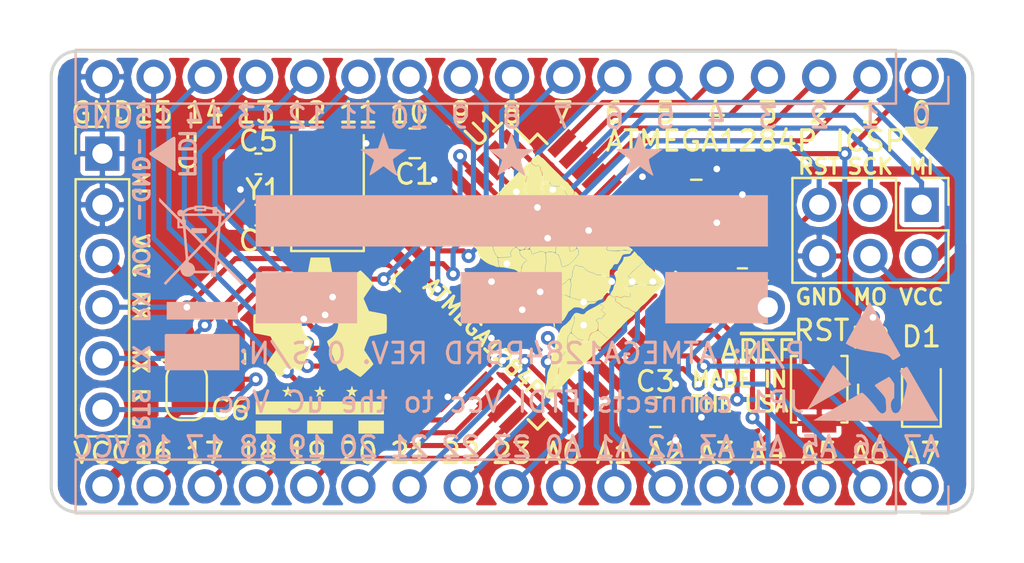
<source format=kicad_pcb>
(kicad_pcb (version 20171130) (host pcbnew 5.0.2+dfsg1-1)
  (title_block (title "ATMEGA1284P BOARD") (date 2020-11-18) (rev 0))
  (layers (0 F.Cu signal) (31 B.Cu signal) (34 B.Paste user hide) (35 F.Paste user hide) (36 B.SilkS user) (37 F.SilkS user) (38 B.Mask user hide) (39 F.Mask user hide) (44 Edge.Cuts user))
  (net 0 "")
  (net 1 VCC)
  (net 2 GND)
  (net 3 /XTAL1)
  (net 4 /XTAL2)
  (net 5 /nRESET)
  (net 6 /DTR)
  (net 7 "Net-(D1-Pad2)")
  (net 8 /6)
  (net 9 /7)
  (net 10 /5)
  (net 11 /FTDI_VCC)
  (net 12 /8)
  (net 13 /9)
  (net 14 /0)
  (net 15 /1)
  (net 16 /2)
  (net 17 /3)
  (net 18 /4)
  (net 19 /10)
  (net 20 /11)
  (net 21 /12)
  (net 22 /13)
  (net 23 /14)
  (net 24 /15)
  (net 25 /17)
  (net 26 /18)
  (net 27 /19)
  (net 28 /20)
  (net 29 /21)
  (net 30 /16)
  (net 31 /22)
  (net 32 /23)
  (net 33 /A0)
  (net 34 /A1)
  (net 35 /A2)
  (net 36 /A3)
  (net 37 /A4)
  (net 38 /A5)
  (net 39 /A6)
  (net 40 /A7)
  (net 41 /AREF)
  (module Connector_PinHeader_2.54mm:PinHeader_1x01_P2.54mm_Vertical (layer F.Cu) (at 151.13 94.361)
    (fp_text reference J5 hide)
    (fp_text value Conn_01x01_Male)
    (pad 1 thru_hole circle (at 0 0) (size 1.7 1.7) (drill 1) (layers *.Cu *.Mask) (net 41 /AREF))
  )
  (module Crystal:Crystal_SMD_5032-2Pin_5.0x3.2mm (layer F.Cu) (at 129.286 88.519 90)
    (fp_text reference Y1 (at 0 -3.175 180) (layer F.SilkS))
    (fp_text value 16MHz)
    (pad 2 smd rect (at 1.85 0 90) (size 2 2.4) (layers F.Cu F.Paste F.Mask) (net 4 /XTAL2))
    (pad 1 smd rect (at -1.85 0 90) (size 2 2.4) (layers F.Cu F.Paste F.Mask) (net 3 /XTAL1))
  )
  (module Connector_PinHeader_2.54mm:PinHeader_1x17_P2.54mm_Vertical (layer B.Cu) (at 158.758732 103.246082 90)
    (fp_text reference J4 hide)
    (fp_text value Conn_01x17_Male)
    (pad 17 thru_hole oval (at 0 -40.64 90) (size 1.7 1.7) (drill 1) (layers *.Cu *.Mask) (net 1 VCC))
    (pad 16 thru_hole oval (at 0 -38.1 90) (size 1.7 1.7) (drill 1) (layers *.Cu *.Mask) (net 30 /16))
    (pad 15 thru_hole oval (at 0 -35.56 90) (size 1.7 1.7) (drill 1) (layers *.Cu *.Mask) (net 25 /17))
    (pad 14 thru_hole oval (at 0 -33.02 90) (size 1.7 1.7) (drill 1) (layers *.Cu *.Mask) (net 26 /18))
    (pad 13 thru_hole oval (at 0 -30.48 90) (size 1.7 1.7) (drill 1) (layers *.Cu *.Mask) (net 27 /19))
    (pad 12 thru_hole oval (at 0 -27.94 90) (size 1.7 1.7) (drill 1) (layers *.Cu *.Mask) (net 28 /20))
    (pad 11 thru_hole oval (at 0 -25.4 90) (size 1.7 1.7) (drill 1) (layers *.Cu *.Mask) (net 29 /21))
    (pad 10 thru_hole oval (at 0 -22.86 90) (size 1.7 1.7) (drill 1) (layers *.Cu *.Mask) (net 31 /22))
    (pad 9 thru_hole oval (at 0 -20.32 90) (size 1.7 1.7) (drill 1) (layers *.Cu *.Mask) (net 32 /23))
    (pad 8 thru_hole oval (at 0 -17.78 90) (size 1.7 1.7) (drill 1) (layers *.Cu *.Mask) (net 33 /A0))
    (pad 7 thru_hole oval (at 0 -15.24 90) (size 1.7 1.7) (drill 1) (layers *.Cu *.Mask) (net 34 /A1))
    (pad 6 thru_hole oval (at 0 -12.7 90) (size 1.7 1.7) (drill 1) (layers *.Cu *.Mask) (net 35 /A2))
    (pad 5 thru_hole oval (at 0 -10.16 90) (size 1.7 1.7) (drill 1) (layers *.Cu *.Mask) (net 36 /A3))
    (pad 4 thru_hole oval (at 0 -7.62 90) (size 1.7 1.7) (drill 1) (layers *.Cu *.Mask) (net 37 /A4))
    (pad 3 thru_hole oval (at 0 -5.08 90) (size 1.7 1.7) (drill 1) (layers *.Cu *.Mask) (net 38 /A5))
    (pad 2 thru_hole oval (at 0 -2.54 90) (size 1.7 1.7) (drill 1) (layers *.Cu *.Mask) (net 39 /A6))
    (pad 1 thru_hole circle (at 0 0 90) (size 1.7 1.7) (drill 1) (layers *.Cu *.Mask) (net 40 /A7))
  )
  (module Capacitor_SMD:C_0805_2012Metric_Pad1.18x1.45mm_HandSolder (layer F.Cu) (at 133.612732 86.228082)
    (fp_text reference C1 (at -0.008732 1.528918 180) (layer F.SilkS))
    (fp_text value 0.1uF)
    (pad 2 smd roundrect (at 1.0375 0) (size 1.175 1.45) (layers F.Cu F.Paste F.Mask) (roundrect_rratio 0.212766) (net 1 VCC))
    (pad 1 smd roundrect (at -1.0375 0) (size 1.175 1.45) (layers F.Cu F.Paste F.Mask) (roundrect_rratio 0.212766) (net 2 GND))
  )
  (module Capacitor_SMD:C_0805_2012Metric_Pad1.18x1.45mm_HandSolder (layer F.Cu) (at 145.550732 99.563082 180)
    (fp_text reference C3 (at 0 1.524 180) (layer F.SilkS))
    (fp_text value 0.1uF)
    (pad 2 smd roundrect (at 1.0375 0 180) (size 1.175 1.45) (layers F.Cu F.Paste F.Mask) (roundrect_rratio 0.212766) (net 1 VCC))
    (pad 1 smd roundrect (at -1.0375 0 180) (size 1.175 1.45) (layers F.Cu F.Paste F.Mask) (roundrect_rratio 0.212766) (net 2 GND))
  )
  (module Capacitor_SMD:C_0805_2012Metric_Pad1.18x1.45mm_HandSolder (layer F.Cu) (at 147.582732 88.768082 180)
    (fp_text reference C2 (at 0.135732 -1.528918 180) (layer F.SilkS))
    (fp_text value 0.1uF)
    (pad 1 smd roundrect (at -1.0375 0 180) (size 1.175 1.45) (layers F.Cu F.Paste F.Mask) (roundrect_rratio 0.212766) (net 2 GND))
    (pad 2 smd roundrect (at 1.0375 0 180) (size 1.175 1.45) (layers F.Cu F.Paste F.Mask) (roundrect_rratio 0.212766) (net 1 VCC))
  )
  (module Capacitor_SMD:C_0603_1608Metric_Pad1.08x0.95mm_HandSolder (layer F.Cu) (at 125.857 89.789 180)
    (fp_text reference C4 (at 0 -1.27 180) (layer F.SilkS))
    (fp_text value 22pF)
    (pad 1 smd roundrect (at -0.8625 0 180) (size 1.075 0.95) (layers F.Cu F.Paste F.Mask) (net 3 /XTAL1))
    (pad 2 smd roundrect (at 0.8625 0 180) (size 1.075 0.95) (layers F.Cu F.Paste F.Mask) (net 2 GND))
  )
  (module Capacitor_SMD:C_0603_1608Metric_Pad1.08x0.95mm_HandSolder (layer F.Cu) (at 125.857 87.249 180)
    (fp_text reference C5 (at 0 1.143 180) (layer F.SilkS))
    (fp_text value 22pF)
    (pad 2 smd roundrect (at 0.8625 0 180) (size 1.075 0.95) (layers F.Cu F.Paste F.Mask) (net 2 GND))
    (pad 1 smd roundrect (at -0.8625 0 180) (size 1.075 0.95) (layers F.Cu F.Paste F.Mask) (net 4 /XTAL2))
  )
  (module Capacitor_SMD:C_0805_2012Metric_Pad1.18x1.45mm_HandSolder (layer F.Cu) (at 124.46 96.901 270)
    (fp_text reference C6 (at 2.54 0) (layer F.SilkS))
    (fp_text value 0.1uF)
    (pad 1 smd roundrect (at -1.0375 0 270) (size 1.175 1.45) (layers F.Cu F.Paste F.Mask) (roundrect_rratio 0.212766) (net 5 /nRESET))
    (pad 2 smd roundrect (at 1.0375 0 270) (size 1.175 1.45) (layers F.Cu F.Paste F.Mask) (roundrect_rratio 0.212766) (net 6 /DTR))
  )
  (module LED_SMD:LED_0805_2012Metric_Pad1.15x1.40mm_HandSolder (layer F.Cu) (at 158.75 98.425 90)
    (fp_text reference D1 (at 2.6035 0 180) (layer F.SilkS))
    (fp_text value LED)
    (pad 1 smd roundrect (at -1.025 0 90) (size 1.15 1.4) (layers F.Cu F.Paste F.Mask) (roundrect_rratio 0.217391) (net 2 GND))
    (pad 2 smd roundrect (at 1.025 0 90) (size 1.15 1.4) (layers F.Cu F.Paste F.Mask) (roundrect_rratio 0.217391) (net 7 "Net-(D1-Pad2)"))
  )
  (module Connector_PinHeader_2.54mm:PinHeader_2x03_P2.54mm_Vertical (layer F.Cu) (at 158.758732 89.276082 270)
    (fp_text reference J1 hide)
    (fp_text value Conn_02x03_Odd_Even)
    (pad 1 thru_hole rect (at 0 0 270) (size 1.7 1.7) (drill 1) (layers *.Cu *.Mask) (net 8 /6))
    (pad 2 thru_hole oval (at 2.54 0 270) (size 1.7 1.7) (drill 1) (layers *.Cu *.Mask) (net 1 VCC))
    (pad 3 thru_hole oval (at 0 2.54 270) (size 1.7 1.7) (drill 1) (layers *.Cu *.Mask) (net 9 /7))
    (pad 4 thru_hole oval (at 2.54 2.54 270) (size 1.7 1.7) (drill 1) (layers *.Cu *.Mask) (net 10 /5))
    (pad 5 thru_hole oval (at 0 5.08 270) (size 1.7 1.7) (drill 1) (layers *.Cu *.Mask) (net 5 /nRESET))
    (pad 6 thru_hole oval (at 2.54 5.08 270) (size 1.7 1.7) (drill 1) (layers *.Cu *.Mask) (net 2 GND))
  )
  (module Connector_PinHeader_2.54mm:PinHeader_1x06_P2.54mm_Vertical (layer F.Cu) (at 118.118732 86.736082)
    (fp_text reference J2 hide)
    (fp_text value Conn_01x06_Male)
    (pad 1 thru_hole rect (at 0 0) (size 1.7 1.7) (drill 1) (layers *.Cu *.Mask) (net 2 GND))
    (pad 2 thru_hole oval (at 0 2.54) (size 1.7 1.7) (drill 1) (layers *.Cu *.Mask) (net 2 GND))
    (pad 3 thru_hole oval (at 0 5.08) (size 1.7 1.7) (drill 1) (layers *.Cu *.Mask) (net 11 /FTDI_VCC))
    (pad 4 thru_hole oval (at 0 7.62) (size 1.7 1.7) (drill 1) (layers *.Cu *.Mask) (net 12 /8))
    (pad 5 thru_hole oval (at 0 10.16) (size 1.7 1.7) (drill 1) (layers *.Cu *.Mask) (net 13 /9))
    (pad 6 thru_hole oval (at 0 12.7) (size 1.7 1.7) (drill 1) (layers *.Cu *.Mask) (net 6 /DTR))
  )
  (module Connector_PinHeader_2.54mm:PinHeader_1x17_P2.54mm_Vertical (layer B.Cu) (at 158.758732 82.926082 90)
    (fp_text reference J3 hide)
    (fp_text value Conn_01x17_Male)
    (pad 1 thru_hole circle (at 0 0 90) (size 1.7 1.7) (drill 1) (layers *.Cu *.Mask) (net 14 /0))
    (pad 2 thru_hole oval (at 0 -2.54 90) (size 1.7 1.7) (drill 1) (layers *.Cu *.Mask) (net 15 /1))
    (pad 3 thru_hole oval (at 0 -5.08 90) (size 1.7 1.7) (drill 1) (layers *.Cu *.Mask) (net 16 /2))
    (pad 4 thru_hole oval (at 0 -7.62 90) (size 1.7 1.7) (drill 1) (layers *.Cu *.Mask) (net 17 /3))
    (pad 5 thru_hole oval (at 0 -10.16 90) (size 1.7 1.7) (drill 1) (layers *.Cu *.Mask) (net 18 /4))
    (pad 6 thru_hole oval (at 0 -12.7 90) (size 1.7 1.7) (drill 1) (layers *.Cu *.Mask) (net 10 /5))
    (pad 7 thru_hole oval (at 0 -15.24 90) (size 1.7 1.7) (drill 1) (layers *.Cu *.Mask) (net 8 /6))
    (pad 8 thru_hole oval (at 0 -17.78 90) (size 1.7 1.7) (drill 1) (layers *.Cu *.Mask) (net 9 /7))
    (pad 9 thru_hole oval (at 0 -20.32 90) (size 1.7 1.7) (drill 1) (layers *.Cu *.Mask) (net 12 /8))
    (pad 10 thru_hole oval (at 0 -22.86 90) (size 1.7 1.7) (drill 1) (layers *.Cu *.Mask) (net 13 /9))
    (pad 11 thru_hole oval (at 0 -25.4 90) (size 1.7 1.7) (drill 1) (layers *.Cu *.Mask) (net 19 /10))
    (pad 12 thru_hole oval (at 0 -27.94 90) (size 1.7 1.7) (drill 1) (layers *.Cu *.Mask) (net 20 /11))
    (pad 13 thru_hole oval (at 0 -30.48 90) (size 1.7 1.7) (drill 1) (layers *.Cu *.Mask) (net 21 /12))
    (pad 14 thru_hole oval (at 0 -33.02 90) (size 1.7 1.7) (drill 1) (layers *.Cu *.Mask) (net 22 /13))
    (pad 15 thru_hole oval (at 0 -35.56 90) (size 1.7 1.7) (drill 1) (layers *.Cu *.Mask) (net 23 /14))
    (pad 16 thru_hole oval (at 0 -38.1 90) (size 1.7 1.7) (drill 1) (layers *.Cu *.Mask) (net 24 /15))
    (pad 17 thru_hole oval (at 0 -40.64 90) (size 1.7 1.7) (drill 1) (layers *.Cu *.Mask) (net 2 GND))
  )
  (module Resistor_SMD:R_0805_2012Metric_Pad1.20x1.40mm_HandSolder (layer F.Cu) (at 149.868732 91.694)
    (fp_text reference R1 (at -0.008732 -1.392082) (layer F.SilkS))
    (fp_text value 10K)
    (pad 1 smd roundrect (at -1 0) (size 1.2 1.4) (layers F.Cu F.Paste F.Mask) (roundrect_rratio 0.208333) (net 1 VCC))
    (pad 2 smd roundrect (at 1 0) (size 1.2 1.4) (layers F.Cu F.Paste F.Mask) (roundrect_rratio 0.208333) (net 5 /nRESET))
  )
  (module Resistor_SMD:R_0805_2012Metric_Pad1.20x1.40mm_HandSolder (layer F.Cu) (at 156.345732 98.425 90)
    (fp_text reference R2 (at 2.54 -0.135732 180) (layer F.SilkS))
    (fp_text value 470)
    (pad 2 smd roundrect (at 1 0 90) (size 1.2 1.4) (layers F.Cu F.Paste F.Mask) (roundrect_rratio 0.208333) (net 14 /0))
    (pad 1 smd roundrect (at -1 0 90) (size 1.2 1.4) (layers F.Cu F.Paste F.Mask) (roundrect_rratio 0.208333) (net 7 "Net-(D1-Pad2)"))
  )
  (module Button_Switch_SMD:SW_SPST_B3U-1000P (layer F.Cu) (at 153.678732 98.425 90)
    (fp_text reference SW1 hide)
    (fp_text value SW_Push)
    (pad 1 smd rect (at -1.7 0 90) (size 0.9 1.7) (layers F.Cu F.Paste F.Mask) (net 2 GND))
    (pad 2 smd rect (at 1.7 0 90) (size 0.9 1.7) (layers F.Cu F.Paste F.Mask) (net 5 /nRESET))
  )
  (module Package_QFP:TQFP-44_10x10mm_P0.8mm (layer F.Cu) (at 139.708732 93.086082 315)
    (fp_text reference U1 (at -7.276704 -3.492648 45) (layer F.SilkS))
    (fp_text value ATmega1284P-A)
    (pad 1 smd rect (at -5.7 -4 315) (size 1.5 0.55) (layers F.Cu F.Paste F.Mask) (net 10 /5))
    (pad 2 smd rect (at -5.7 -3.2 315) (size 1.5 0.55) (layers F.Cu F.Paste F.Mask) (net 8 /6))
    (pad 3 smd rect (at -5.7 -2.4 315) (size 1.5 0.55) (layers F.Cu F.Paste F.Mask) (net 9 /7))
    (pad 4 smd rect (at -5.7 -1.6 315) (size 1.5 0.55) (layers F.Cu F.Paste F.Mask) (net 5 /nRESET))
    (pad 5 smd rect (at -5.7 -0.8 315) (size 1.5 0.55) (layers F.Cu F.Paste F.Mask) (net 1 VCC))
    (pad 6 smd rect (at -5.7 0 315) (size 1.5 0.55) (layers F.Cu F.Paste F.Mask) (net 2 GND))
    (pad 7 smd rect (at -5.7 0.8 315) (size 1.5 0.55) (layers F.Cu F.Paste F.Mask) (net 4 /XTAL2))
    (pad 8 smd rect (at -5.7 1.6 315) (size 1.5 0.55) (layers F.Cu F.Paste F.Mask) (net 3 /XTAL1))
    (pad 9 smd rect (at -5.7 2.4 315) (size 1.5 0.55) (layers F.Cu F.Paste F.Mask) (net 12 /8))
    (pad 10 smd rect (at -5.7 3.2 315) (size 1.5 0.55) (layers F.Cu F.Paste F.Mask) (net 13 /9))
    (pad 11 smd rect (at -5.7 4 315) (size 1.5 0.55) (layers F.Cu F.Paste F.Mask) (net 19 /10))
    (pad 12 smd rect (at -4 5.7 45) (size 1.5 0.55) (layers F.Cu F.Paste F.Mask) (net 20 /11))
    (pad 13 smd rect (at -3.2 5.7 45) (size 1.5 0.55) (layers F.Cu F.Paste F.Mask) (net 21 /12))
    (pad 14 smd rect (at -2.4 5.7 45) (size 1.5 0.55) (layers F.Cu F.Paste F.Mask) (net 22 /13))
    (pad 15 smd rect (at -1.6 5.7 45) (size 1.5 0.55) (layers F.Cu F.Paste F.Mask) (net 23 /14))
    (pad 16 smd rect (at -0.8 5.7 45) (size 1.5 0.55) (layers F.Cu F.Paste F.Mask) (net 24 /15))
    (pad 17 smd rect (at 0 5.7 45) (size 1.5 0.55) (layers F.Cu F.Paste F.Mask) (net 1 VCC))
    (pad 18 smd rect (at 0.8 5.7 45) (size 1.5 0.55) (layers F.Cu F.Paste F.Mask) (net 2 GND))
    (pad 19 smd rect (at 1.6 5.7 45) (size 1.5 0.55) (layers F.Cu F.Paste F.Mask) (net 30 /16))
    (pad 20 smd rect (at 2.4 5.7 45) (size 1.5 0.55) (layers F.Cu F.Paste F.Mask) (net 25 /17))
    (pad 21 smd rect (at 3.2 5.7 45) (size 1.5 0.55) (layers F.Cu F.Paste F.Mask) (net 26 /18))
    (pad 22 smd rect (at 4 5.7 45) (size 1.5 0.55) (layers F.Cu F.Paste F.Mask) (net 27 /19))
    (pad 23 smd rect (at 5.7 4 315) (size 1.5 0.55) (layers F.Cu F.Paste F.Mask) (net 28 /20))
    (pad 24 smd rect (at 5.7 3.2 315) (size 1.5 0.55) (layers F.Cu F.Paste F.Mask) (net 29 /21))
    (pad 25 smd rect (at 5.7 2.4 315) (size 1.5 0.55) (layers F.Cu F.Paste F.Mask) (net 31 /22))
    (pad 26 smd rect (at 5.7 1.6 315) (size 1.5 0.55) (layers F.Cu F.Paste F.Mask) (net 32 /23))
    (pad 27 smd rect (at 5.7 0.8 315) (size 1.5 0.55) (layers F.Cu F.Paste F.Mask) (net 1 VCC))
    (pad 28 smd rect (at 5.7 0 315) (size 1.5 0.55) (layers F.Cu F.Paste F.Mask) (net 2 GND))
    (pad 29 smd rect (at 5.7 -0.8 315) (size 1.5 0.55) (layers F.Cu F.Paste F.Mask) (net 41 /AREF))
    (pad 30 smd rect (at 5.7 -1.6 315) (size 1.5 0.55) (layers F.Cu F.Paste F.Mask) (net 40 /A7))
    (pad 31 smd rect (at 5.7 -2.4 315) (size 1.5 0.55) (layers F.Cu F.Paste F.Mask) (net 39 /A6))
    (pad 32 smd rect (at 5.7 -3.2 315) (size 1.5 0.55) (layers F.Cu F.Paste F.Mask) (net 38 /A5))
    (pad 33 smd rect (at 5.7 -4 315) (size 1.5 0.55) (layers F.Cu F.Paste F.Mask) (net 37 /A4))
    (pad 34 smd rect (at 4 -5.7 45) (size 1.5 0.55) (layers F.Cu F.Paste F.Mask) (net 36 /A3))
    (pad 35 smd rect (at 3.2 -5.7 45) (size 1.5 0.55) (layers F.Cu F.Paste F.Mask) (net 35 /A2))
    (pad 36 smd rect (at 2.4 -5.7 45) (size 1.5 0.55) (layers F.Cu F.Paste F.Mask) (net 34 /A1))
    (pad 37 smd rect (at 1.6 -5.7 45) (size 1.5 0.55) (layers F.Cu F.Paste F.Mask) (net 33 /A0))
    (pad 38 smd rect (at 0.8 -5.7 45) (size 1.5 0.55) (layers F.Cu F.Paste F.Mask) (net 1 VCC))
    (pad 39 smd rect (at 0 -5.7 45) (size 1.5 0.55) (layers F.Cu F.Paste F.Mask) (net 2 GND))
    (pad 40 smd rect (at -0.8 -5.7 45) (size 1.5 0.55) (layers F.Cu F.Paste F.Mask) (net 14 /0))
    (pad 41 smd rect (at -1.6 -5.7 45) (size 1.5 0.55) (layers F.Cu F.Paste F.Mask) (net 15 /1))
    (pad 42 smd rect (at -2.4 -5.7 45) (size 1.5 0.55) (layers F.Cu F.Paste F.Mask) (net 16 /2))
    (pad 43 smd rect (at -3.2 -5.7 45) (size 1.5 0.55) (layers F.Cu F.Paste F.Mask) (net 17 /3))
    (pad 44 smd rect (at -4 -5.7 45) (size 1.5 0.55) (layers F.Cu F.Paste F.Mask) (net 18 /4))
  )
  (module User_PCB_Libraries:DCelectronics_logo3 (layer F.Cu) (at 128.905 99.822)
    (fp_text reference G*** hide)
    (fp_text value LOGO hide)
  )
  (module User_PCB_Libraries:DCelectronics_logo1 (layer B.Cu) (at 138.43 91.948 180)
    (fp_text reference G*** hide)
    (fp_text value LOGO hide)
  )
  (module Symbol:ESD-Logo_6.6x6mm_SilkScreen (layer B.Cu) (at 156.337 97.028 180)
    (fp_text reference REF** hide)
    (fp_text value ESD-Logo_6.6x6mm_SilkScreen hide)
  )
  (module Symbol:WEEE-Logo_4.2x6mm_SilkScreen (layer B.Cu) (at 123.063 91.948 180)
    (fp_text reference REF** hide)
    (fp_text value WEEE-Logo_4.2x6mm_SilkScreen hide)
  )
  (module Symbol:OSHW-Symbol_6.7x6mm_SilkScreen (layer F.Cu) (at 128.905 94.869)
    (fp_text reference REF** hide)
    (fp_text value OSHW-Symbol_6.7x6mm_SilkScreen hide)
  )
  (module Jumper:SolderJumper-2_P1.3mm_Bridged_RoundedPad1.0x1.5mm (layer F.Cu) (at 122.301 98.552 270)
    (fp_text reference JP1 (at -2.032 0) (layer F.SilkS))
    (fp_text value SolderJumper_2_Bridged)
    (fp_poly (pts (xy 0.25 -0.3) (xy -0.25 -0.3) (xy -0.25 0.3) (xy 0.25 0.3)) (layer F.Cu) (width 0))
    (pad 2 smd custom (at 0.65 0 270) (size 1 0.5) (layers F.Cu F.Mask) (net 1 VCC) (options (clearance outline) (anchor rect)) (primitives (gr_circle (center 0 0.25) (end 0.5 0.25) (width 0)) (gr_circle (center 0 -0.25) (end 0.5 -0.25) (width 0)) (gr_poly (pts (xy 0 -0.75) (xy -0.5 -0.75) (xy -0.5 0.75) (xy 0 0.75)) (width 0))))
    (pad 1 smd custom (at -0.65 0 270) (size 1 0.5) (layers F.Cu F.Mask) (net 11 /FTDI_VCC) (options (clearance outline) (anchor rect)) (primitives (gr_circle (center 0 0.25) (end 0.5 0.25) (width 0)) (gr_circle (center 0 -0.25) (end 0.5 -0.25) (width 0)) (gr_poly (pts (xy 0 -0.75) (xy 0.5 -0.75) (xy 0.5 0.75) (xy 0 0.75)) (width 0))))
  )
  (module User_PCB_Libraries:DC_Diamond_small (layer F.Cu) (at 140.843 92.837)
    (fp_text reference G*** hide)
    (fp_text value LOGO hide)
  )
  (gr_text AREF (at 150.622 96.52) (layer F.SilkS) (effects (font (size 1.016 1.016) (thickness 0.1524))))
  (gr_text "MADE IN\nTHE USA" (at 149.733 98.552) (layer F.SilkS) (effects (font (size 0.762 0.762) (thickness 0.1524))))
  (gr_text ATMEGA1284P (at 148.336 86.106) (layer F.SilkS) (effects (font (size 1.016 1.016) (thickness 0.1524))))
  (gr_poly (pts (xy 124.841 95.758) (xy 124.841 97.409) (xy 121.285 97.409) (xy 121.285 95.758)) (layer B.SilkS) (width 0.15))
  (gr_text "JP1 connects FTDI Vcc to the uC Vcc" (at 153.035 99.06) (layer B.SilkS) (effects (font (size 1.016 1.016) (thickness 0.1524)) (justify left mirror)))
  (gr_text "P/N: ATMEGA1284PBRD REV. 0 S/N:" (at 138.938 96.647) (layer B.SilkS) (effects (font (size 1.016 1.016) (thickness 0.1524)) (justify mirror)))
  (gr_text ATMEGA1284P (at 137.033 95.885 315) (layer F.SilkS) (effects (font (size 0.762 0.762) (thickness 0.1524))))
  (gr_text RST (at 153.797 95.504) (layer F.SilkS) (effects (font (size 1.016 1.016) (thickness 0.1524))))
  (gr_text ICSP (at 156.21 86.106) (layer F.SilkS) (effects (font (size 1.016 1.016) (thickness 0.1524))))
  (gr_text 23 (at 138.43 101.2825) (layer B.SilkS) (effects (font (size 1.016 1.016) (thickness 0.1524)) (justify mirror)))
  (gr_text A0 (at 140.97 101.2825) (layer B.SilkS) (effects (font (size 1.016 1.016) (thickness 0.1524)) (justify mirror)))
  (gr_text A1 (at 143.51 101.2825) (layer B.SilkS) (effects (font (size 1.016 1.016) (thickness 0.1524)) (justify mirror)))
  (gr_text A2 (at 146.05 101.2825) (layer B.SilkS) (effects (font (size 1.016 1.016) (thickness 0.1524)) (justify mirror)))
  (gr_text A3 (at 148.59 101.2825) (layer B.SilkS) (effects (font (size 1.016 1.016) (thickness 0.1524)) (justify mirror)))
  (gr_text A4 (at 151.13 101.2825) (layer B.SilkS) (effects (font (size 1.016 1.016) (thickness 0.1524)) (justify mirror)))
  (gr_text A5 (at 153.67 101.2825) (layer B.SilkS) (effects (font (size 1.016 1.016) (thickness 0.1524)) (justify mirror)))
  (gr_text A6 (at 156.21 101.2825) (layer B.SilkS) (effects (font (size 1.016 1.016) (thickness 0.1524)) (justify mirror)))
  (gr_text VCC (at 118.11 101.2825) (layer B.SilkS) (effects (font (size 1.016 1.016) (thickness 0.1524)) (justify mirror)))
  (gr_text 16 (at 120.65 101.2825) (layer B.SilkS) (effects (font (size 1.016 1.016) (thickness 0.1524)) (justify mirror)))
  (gr_text 17 (at 123.19 101.2825) (layer B.SilkS) (effects (font (size 1.016 1.016) (thickness 0.1524)) (justify mirror)))
  (gr_text 18 (at 125.857 101.2825) (layer B.SilkS) (effects (font (size 1.016 1.016) (thickness 0.1524)) (justify mirror)))
  (gr_text 19 (at 128.27 101.2825) (layer B.SilkS) (effects (font (size 1.016 1.016) (thickness 0.1524)) (justify mirror)))
  (gr_text 20 (at 130.81 101.2825) (layer B.SilkS) (effects (font (size 1.016 1.016) (thickness 0.1524)) (justify mirror)))
  (gr_text 21 (at 133.35 101.2825) (layer B.SilkS) (effects (font (size 1.016 1.016) (thickness 0.1524)) (justify mirror)))
  (gr_text 22 (at 135.89 101.2825) (layer B.SilkS) (effects (font (size 1.016 1.016) (thickness 0.1524)) (justify mirror)))
  (gr_text A7 (at 158.75 101.2825) (layer B.SilkS) (effects (font (size 1.016 1.016) (thickness 0.1524)) (justify mirror)))
  (gr_text 8 (at 138.43 84.963) (layer B.SilkS) (effects (font (size 1.016 1.016) (thickness 0.1524)) (justify mirror)))
  (gr_text 9 (at 135.89 84.963) (layer B.SilkS) (effects (font (size 1.016 1.016) (thickness 0.1524)) (justify mirror)))
  (gr_text 10 (at 133.35 84.963) (layer B.SilkS) (effects (font (size 1.016 1.016) (thickness 0.1524)) (justify mirror)))
  (gr_text 11 (at 130.81 84.963) (layer B.SilkS) (effects (font (size 1.016 1.016) (thickness 0.1524)) (justify mirror)))
  (gr_text 12 (at 128.27 84.963) (layer B.SilkS) (effects (font (size 1.016 1.016) (thickness 0.1524)) (justify mirror)))
  (gr_text 13 (at 125.73 84.963) (layer B.SilkS) (effects (font (size 1.016 1.016) (thickness 0.1524)) (justify mirror)))
  (gr_text 14 (at 123.19 84.963) (layer B.SilkS) (effects (font (size 1.016 1.016) (thickness 0.1524)) (justify mirror)))
  (gr_text 15 (at 120.65 84.963) (layer B.SilkS) (effects (font (size 1.016 1.016) (thickness 0.1524)) (justify mirror)))
  (gr_text 0 (at 158.75 84.963) (layer B.SilkS) (effects (font (size 1.016 1.016) (thickness 0.1524)) (justify mirror)))
  (gr_text 1 (at 156.21 84.963) (layer B.SilkS) (effects (font (size 1.016 1.016) (thickness 0.1524)) (justify mirror)))
  (gr_text 2 (at 153.67 84.963) (layer B.SilkS) (effects (font (size 1.016 1.016) (thickness 0.1524)) (justify mirror)))
  (gr_text 3 (at 151.13 84.963) (layer B.SilkS) (effects (font (size 1.016 1.016) (thickness 0.1524)) (justify mirror)))
  (gr_text 4 (at 148.59 84.963) (layer B.SilkS) (effects (font (size 1.016 1.016) (thickness 0.1524)) (justify mirror)))
  (gr_text 5 (at 146.05 84.963) (layer B.SilkS) (effects (font (size 1.016 1.016) (thickness 0.1524)) (justify mirror)))
  (gr_text 6 (at 143.51 84.963) (layer B.SilkS) (effects (font (size 1.016 1.016) (thickness 0.1524)) (justify mirror)))
  (gr_text 7 (at 140.97 84.963) (layer B.SilkS) (effects (font (size 1.016 1.016) (thickness 0.1524)) (justify mirror)))
  (gr_text GND (at 118.11 84.963) (layer B.SilkS) (effects (font (size 1.016 1.016) (thickness 0.1524)) (justify mirror)))
  (gr_poly (pts (xy 120.523 86.741) (xy 121.666 87.503) (xy 121.666 85.979)) (layer B.SilkS) (width 0.15))
  (gr_text FTDI (at 122.301 86.741 270) (layer F.SilkS) (effects (font (size 0.762 0.762) (thickness 0.1524))))
  (gr_text -GND- (at 120.015 88.011 270) (layer B.SilkS) (effects (font (size 0.762 0.762) (thickness 0.1524)) (justify mirror)))
  (gr_text RTS (at 120.015 99.441 270) (layer B.SilkS) (effects (font (size 0.762 0.762) (thickness 0.1524)) (justify mirror)))
  (gr_text TX (at 120.015 96.901 270) (layer B.SilkS) (effects (font (size 0.762 0.762) (thickness 0.1524)) (justify mirror)))
  (gr_text VCC (at 120.015 91.821 270) (layer F.SilkS) (effects (font (size 0.762 0.762) (thickness 0.1524))))
  (gr_text RX (at 120.015 94.2848 270) (layer F.SilkS) (effects (font (size 0.762 0.762) (thickness 0.1524))))
  (gr_text TX (at 120.015 96.9772 270) (layer F.SilkS) (effects (font (size 0.762 0.762) (thickness 0.1524))))
  (gr_text RTS (at 120.015 99.4029 270) (layer F.SilkS) (effects (font (size 0.762 0.762) (thickness 0.1524))))
  (gr_text -GND- (at 120.015 88.011 270) (layer F.SilkS) (effects (font (size 0.762 0.762) (thickness 0.1524))))
  (gr_text RX (at 120.015 94.361 270) (layer B.SilkS) (effects (font (size 0.762 0.762) (thickness 0.1524)) (justify mirror)))
  (gr_text VCC (at 120.015 91.821 270) (layer B.SilkS) (effects (font (size 0.762 0.762) (thickness 0.1524)) (justify mirror)))
  (gr_text FTDI (at 122.301 86.741 270) (layer B.SilkS) (effects (font (size 0.762 0.762) (thickness 0.1524)) (justify mirror)))
  (gr_poly (pts (xy 120.523 86.741) (xy 121.666 85.979) (xy 121.666 87.503)) (layer F.SilkS) (width 0.15))
  (gr_poly (pts (xy 158.75 86.614) (xy 157.988 85.471) (xy 159.512 85.471)) (layer F.SilkS) (width 0.15))
  (gr_text VCC (at 158.75 93.853) (layer F.SilkS) (effects (font (size 0.762 0.762) (thickness 0.1524))))
  (gr_text RST (at 153.67 87.376) (layer F.SilkS) (effects (font (size 0.762 0.762) (thickness 0.1524))))
  (gr_text GND (at 153.67 93.853) (layer F.SilkS) (effects (font (size 0.762 0.762) (thickness 0.1524))))
  (gr_text MI (at 158.75 87.376) (layer F.SilkS) (effects (font (size 0.762 0.762) (thickness 0.1524))))
  (gr_text MO (at 156.21 93.853) (layer F.SilkS) (effects (font (size 0.762 0.762) (thickness 0.1524))))
  (gr_text SCK (at 156.21 87.376) (layer F.SilkS) (effects (font (size 0.762 0.762) (thickness 0.1524))))
  (gr_text A7 (at 158.75 101.6) (layer F.SilkS) (effects (font (size 1.016 1.016) (thickness 0.1524))))
  (gr_text A6 (at 156.21 101.6) (layer F.SilkS) (effects (font (size 1.016 1.016) (thickness 0.1524))))
  (gr_text A5 (at 153.67 101.6) (layer F.SilkS) (effects (font (size 1.016 1.016) (thickness 0.1524))))
  (gr_text A4 (at 151.13 101.6) (layer F.SilkS) (effects (font (size 1.016 1.016) (thickness 0.1524))))
  (gr_text A3 (at 148.59 101.6) (layer F.SilkS) (effects (font (size 1.016 1.016) (thickness 0.1524))))
  (gr_text A2 (at 146.05 101.6) (layer F.SilkS) (effects (font (size 1.016 1.016) (thickness 0.1524))))
  (gr_text A1 (at 143.51 101.6) (layer F.SilkS) (effects (font (size 1.016 1.016) (thickness 0.1524))))
  (gr_text A0 (at 140.97 101.6) (layer F.SilkS) (effects (font (size 1.016 1.016) (thickness 0.1524))))
  (gr_text 23 (at 138.43 101.6) (layer F.SilkS) (effects (font (size 1.016 1.016) (thickness 0.1524))))
  (gr_text 22 (at 135.89 101.6) (layer F.SilkS) (effects (font (size 1.016 1.016) (thickness 0.1524))))
  (gr_text 21 (at 133.35 101.6) (layer F.SilkS) (effects (font (size 1.016 1.016) (thickness 0.1524))))
  (gr_text 20 (at 130.81 101.6) (layer F.SilkS) (effects (font (size 1.016 1.016) (thickness 0.1524))))
  (gr_text 19 (at 128.27 101.6) (layer F.SilkS) (effects (font (size 1.016 1.016) (thickness 0.1524))))
  (gr_text 18 (at 125.857 101.6) (layer F.SilkS) (effects (font (size 1.016 1.016) (thickness 0.1524))))
  (gr_text 17 (at 123.19 101.6) (layer F.SilkS) (effects (font (size 1.016 1.016) (thickness 0.1524))))
  (gr_text 16 (at 120.65 101.6) (layer F.SilkS) (effects (font (size 1.016 1.016) (thickness 0.1524))))
  (gr_text VCC (at 118.11 101.6) (layer F.SilkS) (effects (font (size 1.016 1.016) (thickness 0.1524))))
  (gr_text 15 (at 120.65 84.709) (layer F.SilkS) (effects (font (size 1.016 1.016) (thickness 0.1524))))
  (gr_text 14 (at 123.19 84.709) (layer F.SilkS) (effects (font (size 1.016 1.016) (thickness 0.1524))))
  (gr_text 13 (at 125.73 84.709) (layer F.SilkS) (effects (font (size 1.016 1.016) (thickness 0.1524))))
  (gr_text 12 (at 128.27 84.709) (layer F.SilkS) (effects (font (size 1.016 1.016) (thickness 0.1524))))
  (gr_text 11 (at 130.81 84.709) (layer F.SilkS) (effects (font (size 1.016 1.016) (thickness 0.1524))))
  (gr_text 10 (at 133.35 84.709) (layer F.SilkS) (effects (font (size 1.016 1.016) (thickness 0.1524))))
  (gr_text 9 (at 135.89 84.709) (layer F.SilkS) (effects (font (size 1.016 1.016) (thickness 0.1524))))
  (gr_text 8 (at 138.43 84.709) (layer F.SilkS) (effects (font (size 1.016 1.016) (thickness 0.1524))))
  (gr_text 7 (at 140.97 84.709) (layer F.SilkS) (effects (font (size 1.016 1.016) (thickness 0.1524))))
  (gr_text 6 (at 143.51 84.709) (layer F.SilkS) (effects (font (size 1.016 1.016) (thickness 0.1524))))
  (gr_text 5 (at 146.05 84.709) (layer F.SilkS) (effects (font (size 1.016 1.016) (thickness 0.1524))))
  (gr_text 4 (at 148.59 84.709) (layer F.SilkS) (effects (font (size 1.016 1.016) (thickness 0.1524))))
  (gr_text 3 (at 151.13 84.709) (layer F.SilkS) (effects (font (size 1.016 1.016) (thickness 0.1524))))
  (gr_text 2 (at 153.67 84.709) (layer F.SilkS) (effects (font (size 1.016 1.016) (thickness 0.1524))))
  (gr_text 1 (at 156.21 84.709) (layer F.SilkS) (effects (font (size 1.016 1.016) (thickness 0.1524))))
  (gr_text 0 (at 158.75 84.709) (layer F.SilkS) (effects (font (size 1.016 1.016) (thickness 0.1524))))
  (gr_text GND (at 118.11 84.709) (layer F.SilkS) (effects (font (size 1.016 1.016) (thickness 0.1524))))
  (gr_arc (start 116.848732 82.926082) (end 116.848732 81.656082) (angle -90) (layer Edge.Cuts) (width 0.1524))
  (gr_arc (start 160.028732 82.926082) (end 161.298732 82.926082) (angle -90) (layer Edge.Cuts) (width 0.1524))
  (gr_arc (start 160.028732 103.246082) (end 160.028732 104.516082) (angle -90) (layer Edge.Cuts) (width 0.1524))
  (gr_arc (start 116.848732 103.246082) (end 115.578732 103.246082) (angle -90) (layer Edge.Cuts) (width 0.1524))
  (gr_line (start 161.298732 103.246082) (end 161.298732 82.926082) (layer Edge.Cuts) (width 0.1524))
  (gr_line (start 116.848732 104.516082) (end 160.028732 104.516082) (layer Edge.Cuts) (width 0.1524))
  (gr_line (start 115.578732 82.926082) (end 115.578732 103.246082) (layer Edge.Cuts) (width 0.1524))
  (gr_line (start 160.028732 81.656082) (end 116.848732 81.656082) (layer Edge.Cuts) (width 0.1524))
  (segment (start 136.243909 88.489888) (end 138.935103 91.181082) (width 0.508) (layer F.Cu) (net 1))
  (segment (start 139.200732 91.446711) (end 138.935103 91.181082) (width 0.508) (layer F.Cu) (net 1))
  (segment (start 145.158103 88.768082) (end 146.545232 88.768082) (width 0.508) (layer F.Cu) (net 1))
  (segment (start 144.304926 89.621259) (end 145.158103 88.768082) (width 0.508) (layer F.Cu) (net 1))
  (segment (start 118.118732 103.246082) (end 120.379922 100.984892) (width 0.508) (layer F.Cu) (net 1))
  (segment (start 121.801732 99.563082) (end 118.968731 102.396083) (width 0.508) (layer F.Cu) (net 1))
  (segment (start 140.978732 93.224711) (end 139.200732 91.446711) (width 0.508) (layer F.Cu) (net 1))
  (segment (start 143.173555 97.682276) (end 140.978732 95.487453) (width 0.508) (layer F.Cu) (net 1))
  (segment (start 140.978732 95.487453) (end 140.978732 93.224711) (width 0.508) (layer F.Cu) (net 1))
  (segment (start 135.642869 87.888848) (end 136.243909 88.489888) (width 0.508) (layer F.Cu) (net 1))
  (segment (start 134.650232 86.228082) (end 134.650232 86.896211) (width 0.508) (layer F.Cu) (net 1))
  (segment (start 134.650232 86.896211) (end 135.642869 87.888848) (width 0.508) (layer F.Cu) (net 1))
  (segment (start 118.968731 102.396083) (end 118.118732 103.246082) (width 0.508) (layer F.Cu) (net 1))
  (segment (start 119.642732 101.722082) (end 118.968731 102.396083) (width 0.508) (layer F.Cu) (net 1))
  (segment (start 144.513232 99.021953) (end 144.513232 99.563082) (width 0.508) (layer F.Cu) (net 1))
  (segment (start 143.173555 97.682276) (end 144.513232 99.021953) (width 0.508) (layer F.Cu) (net 1))
  (segment (start 122.304814 99.06) (end 121.801732 99.563082) (width 0.508) (layer F.Cu) (net 1))
  (segment (start 135.678223 97.116591) (end 133.734814 99.06) (width 0.508) (layer F.Cu) (net 1))
  (segment (start 133.734814 99.06) (end 122.304814 99.06) (width 0.508) (layer F.Cu) (net 1))
  (segment (start 139.200732 92.705082) (end 139.200732 91.446711) (width 0.508) (layer F.Cu) (net 1))
  (segment (start 136.398 96.372787) (end 136.398 95.507814) (width 0.508) (layer F.Cu) (net 1))
  (segment (start 136.398 95.507814) (end 139.200732 92.705082) (width 0.508) (layer F.Cu) (net 1))
  (segment (start 135.678223 97.116591) (end 135.678223 97.092564) (width 0.508) (layer F.Cu) (net 1))
  (segment (start 135.678223 97.092564) (end 136.398 96.372787) (width 0.508) (layer F.Cu) (net 1))
  (segment (start 143.002 90.924185) (end 144.304926 89.621259) (width 0.508) (layer F.Cu) (net 1))
  (segment (start 143.002 91.44) (end 143.002 90.924185) (width 0.508) (layer F.Cu) (net 1))
  (segment (start 141.355918 93.086082) (end 143.002 91.44) (width 0.508) (layer F.Cu) (net 1))
  (segment (start 138.935103 91.181082) (end 140.840103 93.086082) (width 0.508) (layer F.Cu) (net 1))
  (segment (start 140.840103 93.086082) (end 141.355918 93.086082) (width 0.508) (layer F.Cu) (net 1))
  (segment (start 148.463 91.694) (end 146.545232 89.776232) (width 0.508) (layer F.Cu) (net 1))
  (segment (start 148.990814 91.694) (end 148.463 91.694) (width 0.508) (layer F.Cu) (net 1))
  (segment (start 159.520732 91.816082) (end 160.409732 90.927082) (width 0.508) (layer F.Cu) (net 1))
  (segment (start 146.545232 89.776232) (end 146.545232 88.768082) (width 0.508) (layer F.Cu) (net 1))
  (segment (start 159.722134 87.625082) (end 153.059732 87.625082) (width 0.508) (layer F.Cu) (net 1))
  (segment (start 158.758732 91.816082) (end 159.520732 91.816082) (width 0.508) (layer F.Cu) (net 1))
  (segment (start 160.409732 90.927082) (end 160.409732 88.31268) (width 0.508) (layer F.Cu) (net 1))
  (segment (start 160.409732 88.31268) (end 159.722134 87.625082) (width 0.508) (layer F.Cu) (net 1))
  (segment (start 153.059732 87.625082) (end 148.990814 91.694) (width 0.508) (layer F.Cu) (net 1))
  (via (at 139.835732 93.594082) (size 0.6858) (drill 0.3302) (layers F.Cu B.Cu) (net 2))
  (via (at 148.598732 87.498082) (size 0.6858) (drill 0.3302) (layers F.Cu B.Cu) (net 2))
  (via (at 148.598732 90.165082) (size 0.6858) (drill 0.3302) (layers F.Cu B.Cu) (net 2))
  (via (at 149.868732 88.768082) (size 0.6858) (drill 0.3302) (layers F.Cu B.Cu) (net 2))
  (via (at 147.836732 99.817082) (size 0.6858) (drill 0.3302) (layers F.Cu B.Cu) (net 2))
  (via (at 146.566732 100.960082) (size 0.6858) (drill 0.3302) (layers F.Cu B.Cu) (net 2))
  (via (at 134.577932 88.031482) (size 0.6858) (drill 0.3302) (layers F.Cu B.Cu) (net 2))
  (via (at 131.199732 86.228082) (size 0.6858) (drill 0.3302) (layers F.Cu B.Cu) (net 2))
  (via (at 124.968 88.519) (size 0.6858) (drill 0.3302) (layers F.Cu B.Cu) (net 2))
  (via (at 129.54 93.853) (size 0.6858) (drill 0.3302) (layers F.Cu B.Cu) (net 2))
  (via (at 141.994732 94.102082) (size 0.6858) (drill 0.3302) (layers F.Cu B.Cu) (net 2))
  (via (at 141.994732 95.245082) (size 0.6858) (drill 0.3302) (layers F.Cu B.Cu) (net 2))
  (via (at 137.414 95.885) (size 0.6858) (drill 0.3302) (layers F.Cu B.Cu) (net 2))
  (via (at 137.422732 93.086082) (size 0.6858) (drill 0.3302) (layers F.Cu B.Cu) (net 2))
  (via (at 138.184732 92.197082) (size 0.6858) (drill 0.3302) (layers F.Cu B.Cu) (net 2))
  (via (at 138.946732 94.483082) (size 0.6858) (drill 0.3302) (layers F.Cu B.Cu) (net 2))
  (segment (start 141.994732 95.372082) (end 143.739241 97.116591) (width 0.508) (layer F.Cu) (net 2))
  (segment (start 141.994732 95.245082) (end 141.994732 95.372082) (width 0.508) (layer F.Cu) (net 2))
  (segment (start 143.739241 89.055573) (end 144.910814 87.884) (width 0.508) (layer F.Cu) (net 2))
  (segment (start 138.184732 91.712149) (end 138.184732 92.197082) (width 0.508) (layer F.Cu) (net 2))
  (segment (start 138.184732 91.586109) (end 138.184732 91.712149) (width 0.508) (layer F.Cu) (net 2))
  (segment (start 134.973004 88.374381) (end 138.184732 91.586109) (width 0.508) (layer F.Cu) (net 2))
  (segment (start 134.920831 88.374381) (end 134.973004 88.374381) (width 0.508) (layer F.Cu) (net 2))
  (segment (start 134.577932 88.031482) (end 134.920831 88.374381) (width 0.508) (layer F.Cu) (net 2))
  (via (at 135.255 98.806) (size 0.6858) (drill 0.3302) (layers F.Cu B.Cu) (net 2))
  (segment (start 124.9945 87.249) (end 124.9945 89.789) (width 0.254) (layer F.Cu) (net 2))
  (segment (start 135.255 98.671185) (end 136.243909 97.682276) (width 0.508) (layer F.Cu) (net 2))
  (segment (start 135.255 98.806) (end 135.255 98.671185) (width 0.508) (layer F.Cu) (net 2))
  (segment (start 137.16 96.766185) (end 136.243909 97.682276) (width 0.508) (layer F.Cu) (net 2))
  (segment (start 137.414 95.885) (end 137.16 96.139) (width 0.508) (layer F.Cu) (net 2))
  (segment (start 137.16 96.139) (end 137.16 96.766185) (width 0.508) (layer F.Cu) (net 2))
  (segment (start 145.296732 87.498082) (end 145.169732 87.625082) (width 0.508) (layer F.Cu) (net 2))
  (segment (start 148.598732 87.498082) (end 145.296732 87.498082) (width 0.508) (layer F.Cu) (net 2))
  (segment (start 144.910814 87.884) (end 145.169732 87.625082) (width 0.508) (layer F.Cu) (net 2))
  (via (at 144.910814 87.884) (size 0.6858) (drill 0.3302) (layers F.Cu B.Cu) (net 2))
  (segment (start 142.751814 90.043) (end 142.751814 90.043) (width 0.508) (layer F.Cu) (net 2))
  (segment (start 143.739241 89.055573) (end 142.243814 90.551) (width 0.508) (layer F.Cu) (net 2))
  (via (at 142.240006 90.551) (size 0.6858) (drill 0.3302) (layers F.Cu B.Cu) (net 2))
  (segment (start 142.243814 90.551) (end 142.240006 90.551) (width 0.508) (layer F.Cu) (net 2))
  (segment (start 143.739241 97.116591) (end 144.79365 98.171) (width 0.508) (layer F.Cu) (net 2))
  (via (at 146.558006 98.171) (size 0.6858) (drill 0.3302) (layers F.Cu B.Cu) (net 2))
  (segment (start 144.79365 98.171) (end 146.073073 98.171) (width 0.508) (layer F.Cu) (net 2))
  (segment (start 146.073073 98.171) (end 146.558006 98.171) (width 0.508) (layer F.Cu) (net 2))
  (segment (start 128.706 89.789) (end 129.286 90.369) (width 0.254) (layer F.Cu) (net 3))
  (segment (start 126.7195 89.789) (end 128.706 89.789) (width 0.254) (layer F.Cu) (net 3))
  (segment (start 133.259908 88.9) (end 134.546852 90.186944) (width 0.254) (layer F.Cu) (net 3))
  (segment (start 130.937 88.9) (end 133.259908 88.9) (width 0.254) (layer F.Cu) (net 3))
  (segment (start 129.286 90.369) (end 129.468 90.369) (width 0.254) (layer F.Cu) (net 3))
  (segment (start 129.468 90.369) (end 130.937 88.9) (width 0.254) (layer F.Cu) (net 3))
  (segment (start 128.706 87.249) (end 129.286 86.669) (width 0.254) (layer F.Cu) (net 4))
  (segment (start 126.7195 87.249) (end 128.706 87.249) (width 0.254) (layer F.Cu) (net 4))
  (segment (start 133.612732 88.121453) (end 135.112538 89.621259) (width 0.254) (layer F.Cu) (net 4))
  (segment (start 130.920453 88.121453) (end 133.612732 88.121453) (width 0.254) (layer F.Cu) (net 4))
  (segment (start 129.286 86.669) (end 129.468 86.669) (width 0.254) (layer F.Cu) (net 4))
  (segment (start 129.468 86.669) (end 130.920453 88.121453) (width 0.254) (layer F.Cu) (net 4))
  (segment (start 136.809594 87.924202) (end 135.860642 86.97525) (width 0.254) (layer F.Cu) (net 5))
  (via (at 135.860642 86.857757) (size 0.6858) (drill 0.3302) (layers F.Cu B.Cu) (net 5))
  (segment (start 135.860642 86.97525) (end 135.860642 86.857757) (width 0.254) (layer F.Cu) (net 5))
  (segment (start 151.138732 91.816082) (end 150.868732 91.816082) (width 0.254) (layer F.Cu) (net 5))
  (segment (start 153.678732 89.276082) (end 151.138732 91.816082) (width 0.254) (layer F.Cu) (net 5))
  (via (at 132.08 92.964008) (size 0.6858) (drill 0.3302) (layers F.Cu B.Cu) (net 5))
  (segment (start 135.860642 86.857757) (end 135.860642 89.183366) (width 0.254) (layer B.Cu) (net 5))
  (segment (start 132.422899 92.621109) (end 132.08 92.964008) (width 0.254) (layer B.Cu) (net 5))
  (segment (start 135.860642 89.183366) (end 132.422899 92.621109) (width 0.254) (layer B.Cu) (net 5))
  (segment (start 132.08 92.964008) (end 126.364992 92.964008) (width 0.254) (layer F.Cu) (net 5))
  (segment (start 124.46 94.869) (end 124.46 95.8635) (width 0.254) (layer F.Cu) (net 5))
  (segment (start 126.364992 92.964008) (end 124.46 94.869) (width 0.254) (layer F.Cu) (net 5))
  (via (at 140.207994 90.932) (size 0.6858) (drill 0.3302) (layers F.Cu B.Cu) (net 5))
  (segment (start 136.809594 87.924202) (end 139.817392 90.932) (width 0.254) (layer F.Cu) (net 5))
  (segment (start 139.817392 90.932) (end 140.207994 90.932) (width 0.254) (layer F.Cu) (net 5))
  (segment (start 153.678732 94.115732) (end 153.678732 96.725) (width 0.254) (layer F.Cu) (net 5))
  (segment (start 150.868732 91.816082) (end 151.379082 91.816082) (width 0.254) (layer F.Cu) (net 5))
  (segment (start 151.379082 91.816082) (end 153.678732 94.115732) (width 0.254) (layer F.Cu) (net 5))
  (segment (start 140.692927 90.932) (end 140.207994 90.932) (width 0.254) (layer B.Cu) (net 5))
  (segment (start 140.692937 90.932) (end 140.692927 90.932) (width 0.254) (layer B.Cu) (net 5))
  (segment (start 152.273 86.106) (end 145.518937 86.106) (width 0.254) (layer B.Cu) (net 5))
  (segment (start 145.518937 86.106) (end 140.692937 90.932) (width 0.254) (layer B.Cu) (net 5))
  (segment (start 153.678732 89.276082) (end 153.678732 87.511732) (width 0.254) (layer B.Cu) (net 5))
  (segment (start 153.678732 87.511732) (end 152.273 86.106) (width 0.254) (layer B.Cu) (net 5))
  (segment (start 124.478406 97.931574) (end 125.726906 97.931574) (width 0.254) (layer F.Cu) (net 6))
  (via (at 125.726906 97.931574) (size 0.6858) (drill 0.3302) (layers F.Cu B.Cu) (net 6))
  (segment (start 124.222398 99.436082) (end 125.726906 97.931574) (width 0.254) (layer B.Cu) (net 6))
  (segment (start 118.118732 99.436082) (end 124.222398 99.436082) (width 0.254) (layer B.Cu) (net 6))
  (segment (start 158.370732 97.4) (end 158.75 97.4) (width 0.254) (layer F.Cu) (net 7))
  (segment (start 156.345732 99.425) (end 158.370732 97.4) (width 0.254) (layer F.Cu) (net 7))
  (via (at 139.699995 89.408005) (size 0.6858) (drill 0.3302) (layers F.Cu B.Cu) (net 8))
  (segment (start 140.184928 89.408005) (end 139.699995 89.408005) (width 0.254) (layer B.Cu) (net 8))
  (segment (start 140.461995 89.408005) (end 140.184928 89.408005) (width 0.254) (layer B.Cu) (net 8))
  (segment (start 155.42265 84.836) (end 145.034 84.836) (width 0.254) (layer B.Cu) (net 8))
  (segment (start 145.034 84.836) (end 140.461995 89.408005) (width 0.254) (layer B.Cu) (net 8))
  (segment (start 158.758732 88.172082) (end 155.42265 84.836) (width 0.254) (layer B.Cu) (net 8))
  (segment (start 158.758732 89.276082) (end 158.758732 88.172082) (width 0.254) (layer B.Cu) (net 8))
  (segment (start 139.699995 88.923072) (end 139.699995 89.408005) (width 0.254) (layer F.Cu) (net 8))
  (segment (start 137.940965 86.792832) (end 139.699995 88.551862) (width 0.254) (layer F.Cu) (net 8))
  (segment (start 139.699995 88.551862) (end 139.699995 88.923072) (width 0.254) (layer F.Cu) (net 8))
  (segment (start 139.699995 89.407995) (end 139.699995 89.408005) (width 0.254) (layer B.Cu) (net 8))
  (segment (start 143.518732 82.926082) (end 139.699995 86.744819) (width 0.254) (layer B.Cu) (net 8))
  (segment (start 139.699995 86.744819) (end 139.699995 89.407995) (width 0.254) (layer B.Cu) (net 8))
  (via (at 138.654653 88.629453) (size 0.6858) (drill 0.3302) (layers F.Cu B.Cu) (net 9))
  (segment (start 138.654653 85.250161) (end 138.654653 88.14452) (width 0.254) (layer B.Cu) (net 9))
  (segment (start 138.654653 88.14452) (end 138.654653 88.629453) (width 0.254) (layer B.Cu) (net 9))
  (segment (start 140.978732 82.926082) (end 138.654653 85.250161) (width 0.254) (layer B.Cu) (net 9))
  (segment (start 138.646216 88.629453) (end 138.654653 88.629453) (width 0.254) (layer F.Cu) (net 9))
  (segment (start 137.37528 87.358517) (end 138.646216 88.629453) (width 0.254) (layer F.Cu) (net 9))
  (segment (start 138.654653 89.114386) (end 138.654653 88.629453) (width 0.254) (layer B.Cu) (net 9))
  (segment (start 138.654653 89.505653) (end 138.654653 89.114386) (width 0.254) (layer B.Cu) (net 9))
  (segment (start 156.218732 86.736082) (end 154.95365 85.471) (width 0.254) (layer B.Cu) (net 9))
  (segment (start 145.288 85.471) (end 140.589 90.17) (width 0.254) (layer B.Cu) (net 9))
  (segment (start 156.218732 89.276082) (end 156.218732 86.736082) (width 0.254) (layer B.Cu) (net 9))
  (segment (start 139.319 90.17) (end 138.654653 89.505653) (width 0.254) (layer B.Cu) (net 9))
  (segment (start 154.95365 85.471) (end 145.288 85.471) (width 0.254) (layer B.Cu) (net 9))
  (segment (start 140.589 90.17) (end 139.319 90.17) (width 0.254) (layer B.Cu) (net 9))
  (segment (start 146.908731 83.776081) (end 146.058732 82.926082) (width 0.254) (layer B.Cu) (net 10))
  (segment (start 147.33365 84.201) (end 146.908731 83.776081) (width 0.254) (layer B.Cu) (net 10))
  (segment (start 156.218732 91.816082) (end 157.449733 93.047083) (width 0.254) (layer B.Cu) (net 10))
  (segment (start 160.02 92.376696) (end 160.02 88.12435) (width 0.254) (layer B.Cu) (net 10))
  (segment (start 159.349613 93.047083) (end 160.02 92.376696) (width 0.254) (layer B.Cu) (net 10))
  (segment (start 160.02 88.12435) (end 156.09665 84.201) (width 0.254) (layer B.Cu) (net 10))
  (segment (start 157.449733 93.047083) (end 159.349613 93.047083) (width 0.254) (layer B.Cu) (net 10))
  (segment (start 156.09665 84.201) (end 147.33365 84.201) (width 0.254) (layer B.Cu) (net 10))
  (segment (start 140.465814 88.519) (end 140.462 88.519) (width 0.254) (layer B.Cu) (net 10))
  (segment (start 146.058732 82.926082) (end 140.465814 88.519) (width 0.254) (layer B.Cu) (net 10))
  (segment (start 140.462 88.182496) (end 140.462 88.519) (width 0.254) (layer F.Cu) (net 10))
  (segment (start 138.50665 86.227146) (end 140.462 88.182496) (width 0.254) (layer F.Cu) (net 10))
  (via (at 140.462 88.519) (size 0.6858) (drill 0.3302) (layers F.Cu B.Cu) (net 10))
  (segment (start 119.634 93.33135) (end 118.118732 91.816082) (width 0.508) (layer F.Cu) (net 11))
  (segment (start 122.301 97.902) (end 119.634 95.235) (width 0.508) (layer F.Cu) (net 11))
  (segment (start 119.634 95.235) (end 119.634 93.33135) (width 0.508) (layer F.Cu) (net 11))
  (via (at 122.309732 94.356082) (size 0.6858) (drill 0.3302) (layers F.Cu B.Cu) (net 12))
  (segment (start 120.531732 94.356082) (end 122.309732 94.356082) (width 0.254) (layer B.Cu) (net 12))
  (segment (start 118.118732 94.356082) (end 120.531732 94.356082) (width 0.254) (layer B.Cu) (net 12))
  (via (at 136.279732 91.816082) (size 0.6858) (drill 0.3302) (layers F.Cu B.Cu) (net 12))
  (segment (start 136.025732 91.562082) (end 136.279732 91.816082) (width 0.254) (layer F.Cu) (net 12))
  (segment (start 133.981167 90.75263) (end 134.790619 91.562082) (width 0.254) (layer F.Cu) (net 12))
  (segment (start 134.790619 91.562082) (end 136.025732 91.562082) (width 0.254) (layer F.Cu) (net 12))
  (segment (start 124.722732 91.943082) (end 122.309732 94.356082) (width 0.254) (layer F.Cu) (net 12))
  (segment (start 133.981167 90.75263) (end 133.380127 90.15159) (width 0.254) (layer F.Cu) (net 12))
  (segment (start 131.191 91.567) (end 130.814918 91.943082) (width 0.254) (layer F.Cu) (net 12))
  (segment (start 132.102224 90.15159) (end 131.191 91.062814) (width 0.254) (layer F.Cu) (net 12))
  (segment (start 133.380127 90.15159) (end 132.102224 90.15159) (width 0.254) (layer F.Cu) (net 12))
  (segment (start 131.191 91.062814) (end 131.191 91.567) (width 0.254) (layer F.Cu) (net 12))
  (segment (start 130.814918 91.943082) (end 124.722732 91.943082) (width 0.254) (layer F.Cu) (net 12))
  (segment (start 136.622631 91.473183) (end 136.279732 91.816082) (width 0.254) (layer B.Cu) (net 12))
  (segment (start 137.922 90.173814) (end 136.622631 91.473183) (width 0.254) (layer B.Cu) (net 12))
  (segment (start 137.922 84.644895) (end 137.922 90.173814) (width 0.254) (layer B.Cu) (net 12))
  (segment (start 138.438732 82.926082) (end 138.438732 84.128163) (width 0.254) (layer B.Cu) (net 12))
  (segment (start 138.438732 84.128163) (end 137.922 84.644895) (width 0.254) (layer B.Cu) (net 12))
  (via (at 135.517732 92.705092) (size 0.6858) (drill 0.3302) (layers F.Cu B.Cu) (net 13))
  (segment (start 135.009722 92.197082) (end 135.517732 92.705092) (width 0.254) (layer F.Cu) (net 13))
  (segment (start 133.415482 91.318315) (end 134.294249 92.197082) (width 0.254) (layer F.Cu) (net 13))
  (segment (start 134.294249 92.197082) (end 135.009722 92.197082) (width 0.254) (layer F.Cu) (net 13))
  (segment (start 122.855833 95.587981) (end 123.198732 95.245082) (width 0.254) (layer B.Cu) (net 13))
  (segment (start 121.547732 96.896082) (end 122.855833 95.587981) (width 0.254) (layer B.Cu) (net 13))
  (segment (start 118.118732 96.896082) (end 121.547732 96.896082) (width 0.254) (layer B.Cu) (net 13))
  (via (at 123.198732 95.245082) (size 0.6858) (drill 0.3302) (layers F.Cu B.Cu) (net 13))
  (segment (start 132.814442 90.717275) (end 133.415482 91.318315) (width 0.254) (layer F.Cu) (net 13))
  (segment (start 131.702814 91.313) (end 132.298539 90.717275) (width 0.254) (layer F.Cu) (net 13))
  (segment (start 123.198732 95.245082) (end 125.992732 92.451082) (width 0.254) (layer F.Cu) (net 13))
  (segment (start 125.992732 92.451082) (end 131.068918 92.451082) (width 0.254) (layer F.Cu) (net 13))
  (segment (start 131.068918 92.451082) (end 131.702814 91.817186) (width 0.254) (layer F.Cu) (net 13))
  (segment (start 131.702814 91.817186) (end 131.702814 91.313) (width 0.254) (layer F.Cu) (net 13))
  (segment (start 132.298539 90.717275) (end 132.814442 90.717275) (width 0.254) (layer F.Cu) (net 13))
  (segment (start 135.517732 92.220159) (end 135.517732 92.705092) (width 0.254) (layer B.Cu) (net 13))
  (segment (start 137.16 89.864438) (end 135.517732 91.506706) (width 0.254) (layer B.Cu) (net 13))
  (segment (start 135.517732 91.506706) (end 135.517732 92.220159) (width 0.254) (layer B.Cu) (net 13))
  (segment (start 135.898732 82.926082) (end 137.16 84.18735) (width 0.254) (layer B.Cu) (net 13))
  (segment (start 137.16 84.18735) (end 137.16 89.864438) (width 0.254) (layer B.Cu) (net 13))
  (segment (start 154.948732 86.736082) (end 154.948732 86.736082) (width 0.254) (layer F.Cu) (net 14))
  (segment (start 143.173555 88.489888) (end 144.927361 86.736082) (width 0.254) (layer F.Cu) (net 14))
  (segment (start 144.927361 86.736082) (end 154.948732 86.736082) (width 0.254) (layer F.Cu) (net 14))
  (segment (start 154.948732 86.736082) (end 158.758732 82.926082) (width 0.254) (layer F.Cu) (net 14))
  (segment (start 154.948732 86.736082) (end 154.948732 86.736082) (width 0.254) (layer F.Cu) (net 14))
  (via (at 154.948732 86.736082) (size 0.6858) (drill 0.3302) (layers F.Cu B.Cu) (net 14))
  (via (at 156.34574 94.864082) (size 0.6858) (drill 0.3302) (layers F.Cu B.Cu) (net 14))
  (segment (start 154.948732 86.736082) (end 154.948732 93.467074) (width 0.254) (layer B.Cu) (net 14))
  (segment (start 154.948732 93.467074) (end 156.002841 94.521183) (width 0.254) (layer B.Cu) (net 14))
  (segment (start 156.002841 94.521183) (end 156.34574 94.864082) (width 0.254) (layer B.Cu) (net 14))
  (segment (start 156.345732 94.86409) (end 156.34574 94.864082) (width 0.254) (layer F.Cu) (net 14))
  (segment (start 156.34574 97.424992) (end 156.345732 97.425) (width 0.254) (layer F.Cu) (net 14))
  (segment (start 156.34574 94.864082) (end 156.34574 97.424992) (width 0.254) (layer F.Cu) (net 14))
  (segment (start 155.368733 83.776081) (end 156.218732 82.926082) (width 0.254) (layer F.Cu) (net 15))
  (segment (start 153.043732 86.101082) (end 155.368733 83.776081) (width 0.254) (layer F.Cu) (net 15))
  (segment (start 142.60787 87.924202) (end 144.43099 86.101082) (width 0.254) (layer F.Cu) (net 15))
  (segment (start 144.43099 86.101082) (end 153.043732 86.101082) (width 0.254) (layer F.Cu) (net 15))
  (segment (start 151.133814 85.471) (end 153.678732 82.926082) (width 0.254) (layer F.Cu) (net 16))
  (segment (start 142.042184 87.358517) (end 143.929701 85.471) (width 0.254) (layer F.Cu) (net 16))
  (segment (start 143.929701 85.471) (end 151.133814 85.471) (width 0.254) (layer F.Cu) (net 16))
  (segment (start 149.228814 84.836) (end 151.138732 82.926082) (width 0.254) (layer F.Cu) (net 17))
  (segment (start 141.476499 86.792832) (end 143.433331 84.836) (width 0.254) (layer F.Cu) (net 17))
  (segment (start 143.433331 84.836) (end 149.228814 84.836) (width 0.254) (layer F.Cu) (net 17))
  (segment (start 147.323814 84.201) (end 148.598732 82.926082) (width 0.254) (layer F.Cu) (net 18))
  (segment (start 140.910814 86.227146) (end 142.93696 84.201) (width 0.254) (layer F.Cu) (net 18))
  (segment (start 142.93696 84.201) (end 147.323814 84.201) (width 0.254) (layer F.Cu) (net 18))
  (via (at 134.755724 93.467082) (size 0.6858) (drill 0.3302) (layers F.Cu B.Cu) (net 19))
  (segment (start 134.755724 93.467074) (end 134.755724 93.467082) (width 0.254) (layer F.Cu) (net 19))
  (segment (start 134.120732 92.832082) (end 134.755724 93.467074) (width 0.254) (layer F.Cu) (net 19))
  (segment (start 132.849796 91.884) (end 133.797878 92.832082) (width 0.254) (layer F.Cu) (net 19))
  (segment (start 133.797878 92.832082) (end 134.120732 92.832082) (width 0.254) (layer F.Cu) (net 19))
  (segment (start 134.755724 92.982149) (end 134.755724 93.467082) (width 0.254) (layer B.Cu) (net 19))
  (segment (start 136.525 89.665814) (end 134.755724 91.43509) (width 0.254) (layer B.Cu) (net 19))
  (segment (start 134.755724 91.43509) (end 134.755724 92.982149) (width 0.254) (layer B.Cu) (net 19))
  (segment (start 133.358732 82.926082) (end 136.525 86.09235) (width 0.254) (layer B.Cu) (net 19))
  (segment (start 136.525 86.09235) (end 136.525 89.665814) (width 0.254) (layer B.Cu) (net 19))
  (via (at 129.167732 94.737082) (size 0.6858) (drill 0.3302) (layers F.Cu B.Cu) (net 20))
  (segment (start 132.849796 94.288164) (end 132.273878 94.864082) (width 0.254) (layer F.Cu) (net 20))
  (segment (start 129.294732 94.864082) (end 129.167732 94.737082) (width 0.254) (layer F.Cu) (net 20))
  (segment (start 132.273878 94.864082) (end 129.294732 94.864082) (width 0.254) (layer F.Cu) (net 20))
  (segment (start 123.698 89.26735) (end 128.824833 94.394183) (width 0.254) (layer B.Cu) (net 20))
  (segment (start 123.698 86.995) (end 123.698 89.26735) (width 0.254) (layer B.Cu) (net 20))
  (segment (start 128.824833 94.394183) (end 129.167732 94.737082) (width 0.254) (layer B.Cu) (net 20))
  (segment (start 125.476 85.217) (end 123.698 86.995) (width 0.254) (layer B.Cu) (net 20))
  (segment (start 130.818732 82.926082) (end 128.527814 85.217) (width 0.254) (layer B.Cu) (net 20))
  (segment (start 128.527814 85.217) (end 125.476 85.217) (width 0.254) (layer B.Cu) (net 20))
  (segment (start 122.944732 89.775057) (end 127.767822 94.598147) (width 0.254) (layer B.Cu) (net 21))
  (segment (start 126.721987 84.482827) (end 125.158115 84.482827) (width 0.254) (layer B.Cu) (net 21))
  (segment (start 127.767822 94.598147) (end 128.110721 94.941046) (width 0.254) (layer B.Cu) (net 21))
  (segment (start 122.944732 86.69621) (end 122.944732 89.775057) (width 0.254) (layer B.Cu) (net 21))
  (via (at 128.110721 94.941046) (size 0.6858) (drill 0.3302) (layers F.Cu B.Cu) (net 21))
  (segment (start 128.278732 82.926082) (end 126.721987 84.482827) (width 0.254) (layer B.Cu) (net 21))
  (segment (start 125.158115 84.482827) (end 122.944732 86.69621) (width 0.254) (layer B.Cu) (net 21))
  (segment (start 128.45362 95.283945) (end 128.110721 94.941046) (width 0.254) (layer F.Cu) (net 21))
  (segment (start 133.415482 94.853849) (end 132.638331 95.631) (width 0.254) (layer F.Cu) (net 21))
  (segment (start 128.800675 95.631) (end 128.45362 95.283945) (width 0.254) (layer F.Cu) (net 21))
  (segment (start 132.638331 95.631) (end 128.800675 95.631) (width 0.254) (layer F.Cu) (net 21))
  (via (at 128.278732 96.134086) (size 0.6858) (drill 0.3302) (layers F.Cu B.Cu) (net 22))
  (segment (start 127.897732 95.753086) (end 128.278732 96.134086) (width 0.254) (layer B.Cu) (net 22))
  (segment (start 127.897732 95.753082) (end 127.897732 95.753086) (width 0.254) (layer B.Cu) (net 22))
  (segment (start 127.897728 95.753082) (end 127.897732 95.753082) (width 0.254) (layer B.Cu) (net 22))
  (segment (start 125.738732 82.926082) (end 122.182732 86.482082) (width 0.254) (layer B.Cu) (net 22))
  (segment (start 122.182732 90.038086) (end 127.897728 95.753082) (width 0.254) (layer B.Cu) (net 22))
  (segment (start 122.182732 86.482082) (end 122.182732 90.038086) (width 0.254) (layer B.Cu) (net 22))
  (segment (start 128.537646 96.393) (end 128.278732 96.134086) (width 0.254) (layer F.Cu) (net 22))
  (segment (start 133.981167 95.419534) (end 133.007701 96.393) (width 0.254) (layer F.Cu) (net 22))
  (segment (start 133.007701 96.393) (end 128.537646 96.393) (width 0.254) (layer F.Cu) (net 22))
  (segment (start 128.763669 97.277082) (end 128.278736 97.277082) (width 0.254) (layer F.Cu) (net 23))
  (via (at 128.278736 97.277082) (size 0.6858) (drill 0.3302) (layers F.Cu B.Cu) (net 23))
  (segment (start 133.25499 97.277082) (end 128.763669 97.277082) (width 0.254) (layer F.Cu) (net 23))
  (segment (start 134.546852 95.98522) (end 133.25499 97.277082) (width 0.254) (layer F.Cu) (net 23))
  (segment (start 121.420732 90.419078) (end 128.278736 97.277082) (width 0.254) (layer B.Cu) (net 23))
  (segment (start 123.198732 82.926082) (end 121.420732 84.704082) (width 0.254) (layer B.Cu) (net 23))
  (segment (start 121.420732 84.704082) (end 121.420732 90.419078) (width 0.254) (layer B.Cu) (net 23))
  (via (at 127.267649 97.535999) (size 0.6858) (drill 0.3302) (layers F.Cu B.Cu) (net 24))
  (segment (start 120.658732 82.926082) (end 120.658732 90.927082) (width 0.254) (layer B.Cu) (net 24))
  (segment (start 126.92475 97.1931) (end 127.267649 97.535999) (width 0.254) (layer B.Cu) (net 24))
  (segment (start 120.658732 90.927082) (end 126.92475 97.1931) (width 0.254) (layer B.Cu) (net 24))
  (segment (start 127.610548 97.878898) (end 127.267649 97.535999) (width 0.254) (layer F.Cu) (net 24))
  (segment (start 127.90265 98.171) (end 127.610548 97.878898) (width 0.254) (layer F.Cu) (net 24))
  (segment (start 135.112538 96.550905) (end 133.492443 98.171) (width 0.254) (layer F.Cu) (net 24))
  (segment (start 133.492443 98.171) (end 127.90265 98.171) (width 0.254) (layer F.Cu) (net 24))
  (segment (start 136.77424 99.414687) (end 137.37528 98.813647) (width 0.254) (layer F.Cu) (net 25))
  (segment (start 135.604927 100.584) (end 136.77424 99.414687) (width 0.254) (layer F.Cu) (net 25))
  (segment (start 123.198732 103.246082) (end 125.860814 100.584) (width 0.254) (layer F.Cu) (net 25))
  (segment (start 125.860814 100.584) (end 135.604927 100.584) (width 0.254) (layer F.Cu) (net 25))
  (segment (start 137.339925 99.980372) (end 137.940965 99.379332) (width 0.254) (layer F.Cu) (net 26))
  (segment (start 136.101297 101.219) (end 137.339925 99.980372) (width 0.254) (layer F.Cu) (net 26))
  (segment (start 125.738732 103.246082) (end 127.765814 101.219) (width 0.254) (layer F.Cu) (net 26))
  (segment (start 127.765814 101.219) (end 136.101297 101.219) (width 0.254) (layer F.Cu) (net 26))
  (segment (start 137.90561 100.546058) (end 138.50665 99.945018) (width 0.254) (layer F.Cu) (net 27))
  (segment (start 129.670783 101.854031) (end 136.597637 101.854031) (width 0.254) (layer F.Cu) (net 27))
  (segment (start 128.278732 103.246082) (end 129.670783 101.854031) (width 0.254) (layer F.Cu) (net 27))
  (segment (start 136.597637 101.854031) (end 137.90561 100.546058) (width 0.254) (layer F.Cu) (net 27))
  (segment (start 140.910814 99.945018) (end 137.97758 97.011784) (width 0.254) (layer F.Cu) (net 28))
  (segment (start 137.97758 97.011784) (end 137.97758 97.005982) (width 0.254) (layer F.Cu) (net 28))
  (via (at 137.97758 97.005982) (size 0.6858) (drill 0.3302) (layers F.Cu B.Cu) (net 28))
  (segment (start 137.634681 97.348881) (end 137.97758 97.005982) (width 0.254) (layer B.Cu) (net 28))
  (segment (start 133.129562 101.854) (end 137.634681 97.348881) (width 0.254) (layer B.Cu) (net 28))
  (segment (start 130.818732 103.246082) (end 132.210814 101.854) (width 0.254) (layer B.Cu) (net 28))
  (segment (start 132.210814 101.854) (end 133.129562 101.854) (width 0.254) (layer B.Cu) (net 28))
  (via (at 139.079215 97.020835) (size 0.6858) (drill 0.3302) (layers F.Cu B.Cu) (net 29))
  (segment (start 139.079215 97.525599) (end 139.079215 97.505768) (width 0.254) (layer B.Cu) (net 29))
  (segment (start 141.476499 99.379332) (end 139.118002 97.020835) (width 0.254) (layer F.Cu) (net 29))
  (segment (start 133.358732 103.246082) (end 139.079215 97.525599) (width 0.254) (layer B.Cu) (net 29))
  (segment (start 139.118002 97.020835) (end 139.079215 97.020835) (width 0.254) (layer F.Cu) (net 29))
  (segment (start 139.079215 97.505768) (end 139.079215 97.020835) (width 0.254) (layer B.Cu) (net 29))
  (segment (start 121.508731 102.396083) (end 120.658732 103.246082) (width 0.254) (layer F.Cu) (net 30))
  (segment (start 123.955814 99.949) (end 121.508731 102.396083) (width 0.254) (layer F.Cu) (net 30))
  (segment (start 136.809594 98.247962) (end 135.108556 99.949) (width 0.254) (layer F.Cu) (net 30))
  (segment (start 135.108556 99.949) (end 123.955814 99.949) (width 0.254) (layer F.Cu) (net 30))
  (via (at 140.210823 97.064449) (size 0.6858) (drill 0.3302) (layers F.Cu B.Cu) (net 31))
  (segment (start 140.210823 98.933991) (end 140.210823 97.549382) (width 0.254) (layer B.Cu) (net 31))
  (segment (start 140.210823 97.549382) (end 140.210823 97.064449) (width 0.254) (layer B.Cu) (net 31))
  (segment (start 140.292986 97.064449) (end 140.210823 97.064449) (width 0.254) (layer F.Cu) (net 31))
  (segment (start 142.042184 98.813647) (end 140.292986 97.064449) (width 0.254) (layer F.Cu) (net 31))
  (segment (start 135.898732 103.246082) (end 140.210823 98.933991) (width 0.254) (layer B.Cu) (net 31))
  (segment (start 140.23999 95.880082) (end 140.216732 95.880082) (width 0.254) (layer F.Cu) (net 32))
  (segment (start 142.60787 98.247962) (end 140.23999 95.880082) (width 0.254) (layer F.Cu) (net 32))
  (via (at 140.216732 95.880082) (size 0.6858) (drill 0.3302) (layers F.Cu B.Cu) (net 32))
  (segment (start 140.559631 96.222981) (end 140.216732 95.880082) (width 0.254) (layer B.Cu) (net 32))
  (segment (start 141.067631 96.730981) (end 140.559631 96.222981) (width 0.254) (layer B.Cu) (net 32))
  (segment (start 138.438732 103.246082) (end 141.067631 100.617183) (width 0.254) (layer B.Cu) (net 32))
  (segment (start 141.067631 100.617183) (end 141.067631 96.730981) (width 0.254) (layer B.Cu) (net 32))
  (via (at 143.391732 93.086078) (size 0.6858) (drill 0.3302) (layers F.Cu B.Cu) (net 33))
  (segment (start 140.978732 102.099268) (end 140.978732 103.246082) (width 0.254) (layer B.Cu) (net 33))
  (segment (start 141.859 101.219) (end 140.978732 102.099268) (width 0.254) (layer B.Cu) (net 33))
  (segment (start 143.391732 93.086078) (end 143.391732 95.118082) (width 0.254) (layer B.Cu) (net 33))
  (segment (start 141.859 96.650814) (end 141.859 101.219) (width 0.254) (layer B.Cu) (net 33))
  (segment (start 143.391732 95.118082) (end 141.859 96.650814) (width 0.254) (layer B.Cu) (net 33))
  (segment (start 143.662411 92.330466) (end 143.391732 92.601145) (width 0.254) (layer F.Cu) (net 33))
  (segment (start 143.391732 92.601145) (end 143.391732 93.086078) (width 0.254) (layer F.Cu) (net 33))
  (segment (start 143.662411 91.395145) (end 143.662411 92.330466) (width 0.254) (layer F.Cu) (net 33))
  (segment (start 144.870612 90.186944) (end 143.662411 91.395145) (width 0.254) (layer F.Cu) (net 33))
  (segment (start 144.40385 91.785077) (end 144.40385 92.597267) (width 0.254) (layer F.Cu) (net 34))
  (segment (start 145.436297 90.75263) (end 144.40385 91.785077) (width 0.254) (layer F.Cu) (net 34))
  (via (at 144.40385 93.0822) (size 0.6858) (drill 0.3302) (layers F.Cu B.Cu) (net 34))
  (segment (start 144.40385 92.597267) (end 144.40385 93.0822) (width 0.254) (layer F.Cu) (net 34))
  (segment (start 144.40385 93.0822) (end 144.40385 93.724964) (width 0.254) (layer B.Cu) (net 34))
  (segment (start 144.40385 93.724964) (end 144.026732 94.102082) (width 0.254) (layer B.Cu) (net 34))
  (segment (start 144.026732 94.102082) (end 144.026732 95.499082) (width 0.254) (layer B.Cu) (net 34))
  (segment (start 143.518732 102.116732) (end 143.518732 103.246082) (width 0.254) (layer B.Cu) (net 34))
  (segment (start 144.026732 95.499082) (end 142.621 96.904814) (width 0.254) (layer B.Cu) (net 34))
  (segment (start 142.621 96.904814) (end 142.621 101.219) (width 0.254) (layer B.Cu) (net 34))
  (segment (start 142.621 101.219) (end 143.518732 102.116732) (width 0.254) (layer B.Cu) (net 34))
  (via (at 145.423732 93.086082) (size 0.6858) (drill 0.3302) (layers F.Cu B.Cu) (net 35))
  (segment (start 145.400942 91.919355) (end 145.400942 93.063292) (width 0.254) (layer F.Cu) (net 35))
  (segment (start 145.400942 93.063292) (end 145.423732 93.086082) (width 0.254) (layer F.Cu) (net 35))
  (segment (start 146.001982 91.318315) (end 145.400942 91.919355) (width 0.254) (layer F.Cu) (net 35))
  (segment (start 143.383 100.57035) (end 146.058732 103.246082) (width 0.254) (layer B.Cu) (net 35))
  (segment (start 144.661732 95.880082) (end 143.383 97.158814) (width 0.254) (layer B.Cu) (net 35))
  (segment (start 144.661732 94.356082) (end 144.661732 95.880082) (width 0.254) (layer B.Cu) (net 35))
  (segment (start 143.383 97.158814) (end 143.383 100.57035) (width 0.254) (layer B.Cu) (net 35))
  (segment (start 145.423732 93.086082) (end 145.423732 93.594082) (width 0.254) (layer B.Cu) (net 35))
  (segment (start 145.423732 93.594082) (end 144.661732 94.356082) (width 0.254) (layer B.Cu) (net 35))
  (segment (start 149.448731 102.396083) (end 148.598732 103.246082) (width 0.254) (layer F.Cu) (net 36))
  (segment (start 151.13 100.714814) (end 149.448731 102.396083) (width 0.254) (layer F.Cu) (net 36))
  (segment (start 146.567668 91.884) (end 151.13 96.446332) (width 0.254) (layer F.Cu) (net 36))
  (segment (start 151.13 96.446332) (end 151.13 100.714814) (width 0.254) (layer F.Cu) (net 36))
  (segment (start 151.138732 103.246082) (end 151.138732 100.592732) (width 0.254) (layer B.Cu) (net 37))
  (segment (start 151.138732 100.592732) (end 150.710899 100.164899) (width 0.254) (layer B.Cu) (net 37))
  (via (at 150.368 99.822) (size 0.6858) (drill 0.3302) (layers F.Cu B.Cu) (net 37))
  (segment (start 150.710899 100.164899) (end 150.368 99.822) (width 0.254) (layer B.Cu) (net 37))
  (segment (start 150.368 99.337067) (end 150.368 99.822) (width 0.254) (layer F.Cu) (net 37))
  (segment (start 150.368 96.647) (end 150.368 99.337067) (width 0.254) (layer F.Cu) (net 37))
  (segment (start 147.701 93.98) (end 150.368 96.647) (width 0.254) (layer F.Cu) (net 37))
  (segment (start 146.567668 94.288164) (end 146.875832 93.98) (width 0.254) (layer F.Cu) (net 37))
  (segment (start 146.875832 93.98) (end 147.701 93.98) (width 0.254) (layer F.Cu) (net 37))
  (via (at 149.606 98.932998) (size 0.6858) (drill 0.3302) (layers F.Cu B.Cu) (net 38))
  (segment (start 150.567729 98.932998) (end 150.090933 98.932998) (width 0.254) (layer B.Cu) (net 38))
  (segment (start 150.090933 98.932998) (end 149.606 98.932998) (width 0.254) (layer B.Cu) (net 38))
  (segment (start 153.678732 102.044001) (end 150.567729 98.932998) (width 0.254) (layer B.Cu) (net 38))
  (segment (start 153.678732 103.246082) (end 153.678732 102.044001) (width 0.254) (layer B.Cu) (net 38))
  (segment (start 149.606 96.774) (end 149.606 98.932998) (width 0.254) (layer F.Cu) (net 38))
  (segment (start 148.336 95.504) (end 149.606 96.774) (width 0.254) (layer F.Cu) (net 38))
  (segment (start 146.685 95.504) (end 148.336 95.504) (width 0.254) (layer F.Cu) (net 38))
  (segment (start 146.001982 94.853849) (end 146.034849 94.853849) (width 0.254) (layer F.Cu) (net 38))
  (segment (start 146.034849 94.853849) (end 146.685 95.504) (width 0.254) (layer F.Cu) (net 38))
  (via (at 148.717 98.170998) (size 0.6858) (drill 0.3302) (layers F.Cu B.Cu) (net 39))
  (segment (start 149.201933 98.170998) (end 148.717 98.170998) (width 0.254) (layer B.Cu) (net 39))
  (segment (start 151.143648 98.170998) (end 149.201933 98.170998) (width 0.254) (layer B.Cu) (net 39))
  (segment (start 156.218732 103.246082) (end 151.143648 98.170998) (width 0.254) (layer B.Cu) (net 39))
  (segment (start 148.717 96.901) (end 148.717 98.170998) (width 0.254) (layer F.Cu) (net 39))
  (segment (start 147.955 96.139) (end 148.717 96.901) (width 0.254) (layer F.Cu) (net 39))
  (segment (start 145.436297 95.419534) (end 146.155763 96.139) (width 0.254) (layer F.Cu) (net 39))
  (segment (start 146.155763 96.139) (end 147.955 96.139) (width 0.254) (layer F.Cu) (net 39))
  (via (at 147.954998 97.281998) (size 0.6858) (drill 0.3302) (layers F.Cu B.Cu) (net 40))
  (segment (start 158.758732 103.246082) (end 152.794648 97.281998) (width 0.254) (layer B.Cu) (net 40))
  (segment (start 148.439931 97.281998) (end 147.954998 97.281998) (width 0.254) (layer B.Cu) (net 40))
  (segment (start 152.794648 97.281998) (end 148.439931 97.281998) (width 0.254) (layer B.Cu) (net 40))
  (segment (start 147.612099 96.939099) (end 147.954998 97.281998) (width 0.254) (layer F.Cu) (net 40))
  (segment (start 147.447 96.774) (end 147.612099 96.939099) (width 0.254) (layer F.Cu) (net 40))
  (segment (start 144.870612 95.98522) (end 145.659392 96.774) (width 0.254) (layer F.Cu) (net 40))
  (segment (start 145.659392 96.774) (end 147.447 96.774) (width 0.254) (layer F.Cu) (net 40))
  (segment (start 145.163021 97.409) (end 145.163021 97.409) (width 0.254) (layer F.Cu) (net 41))
  (via (at 147.701 98.171) (size 0.6858) (drill 0.3302) (layers F.Cu B.Cu) (net 41))
  (segment (start 147.358101 97.828101) (end 147.701 98.171) (width 0.254) (layer F.Cu) (net 41))
  (segment (start 146.939 97.409) (end 147.358101 97.828101) (width 0.254) (layer F.Cu) (net 41))
  (segment (start 144.304926 96.550905) (end 145.163021 97.409) (width 0.254) (layer F.Cu) (net 41))
  (segment (start 145.163021 97.409) (end 146.939 97.409) (width 0.254) (layer F.Cu) (net 41))
  (segment (start 149.733 94.361) (end 151.13 94.361) (width 0.254) (layer B.Cu) (net 41))
  (segment (start 147.193 96.901) (end 149.733 94.361) (width 0.254) (layer B.Cu) (net 41))
  (segment (start 147.701 98.171) (end 147.193 97.663) (width 0.254) (layer B.Cu) (net 41))
  (segment (start 147.193 97.663) (end 147.193 96.901) (width 0.254) (layer B.Cu) (net 41))
  (zone (net 2) (net_name GND) (layer F.Cu) (connect_pads (clearance 0.254)) (min_thickness 0.1524) (fill yes (arc_segments 16) (thermal_gap 0.254) (thermal_bridge_width 0.254))
    (polygon (pts (xy 161.298732 79.116082) (xy 113.038732 79.116082) (xy 113.038732 104.516082) (xy 161.298732 104.516082)))
  )
  (zone (net 2) (net_name GND) (layer B.Cu) (connect_pads (clearance 0.254)) (min_thickness 0.1524) (fill yes (arc_segments 16) (thermal_gap 0.254) (thermal_bridge_width 0.254))
    (polygon (pts (xy 163.838732 81.656082) (xy 115.578732 81.656082) (xy 115.578732 107.056082) (xy 163.838732 107.056082)))
  )
  (zone (net 0) (net_name "") (layer F.Cu) (connect_pads (clearance 0.254)) (min_thickness 0.254)
    (keepout (tracks allowed) (vias allowed) (copperpour not_allowed))
    (fill (arc_segments 16) (thermal_gap 0.508) (thermal_bridge_width 0.508))
    (polygon (pts (xy 135.455075 89.406771) (xy 133.530926 87.535365) (xy 125.603 87.503) (xy 125.603 89.789) (xy 135.255 89.789)))
  )
  (zone (net 0) (net_name "") (layer F.Cu) (connect_pads (clearance 0.254)) (min_thickness 0.254)
    (keepout (tracks allowed) (vias allowed) (copperpour not_allowed))
    (fill (arc_segments 16) (thermal_gap 0.508) (thermal_bridge_width 0.508))
    (polygon (pts (xy 120.904 97.2185) (xy 123.825 97.2185) (xy 123.825 101.1555) (xy 120.904 101.1555)))
  )
)
</source>
